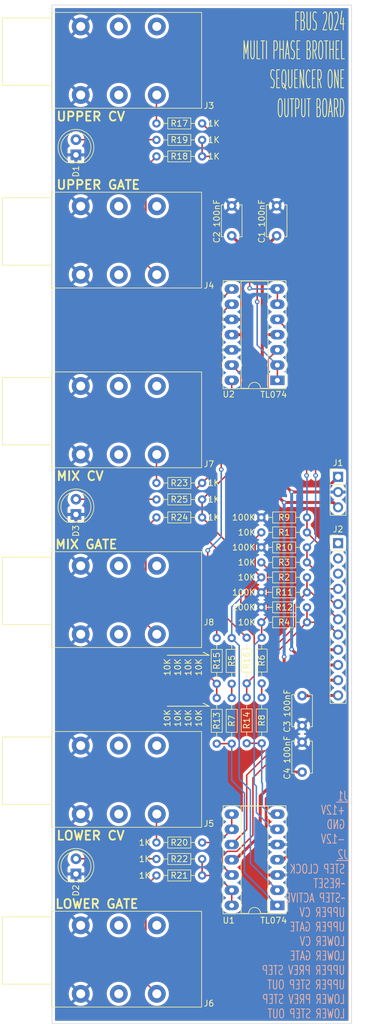
<source format=kicad_pcb>
(kicad_pcb (version 20211014) (generator pcbnew)
  (title_block (title "Sequencer One - Output Board") (date "2024-01-18") (rev "v1") (company "Multi Phase Brothel"))
  (layers (0 "F.Cu" signal) (31 "B.Cu" signal) (34 "B.Paste" user) (35 "F.Paste" user) (36 "B.SilkS" user "B.Silkscreen") (37 "F.SilkS" user "F.Silkscreen") (38 "B.Mask" user) (39 "F.Mask" user) (44 "Edge.Cuts" user))
  (net 0 "")
  (net 1 "+12V")
  (net 2 "GND")
  (net 3 "-12V")
  (net 4 "Net-(D1-Pad2)")
  (net 5 "Net-(D2-Pad2)")
  (net 6 "Net-(D3-Pad2)")
  (net 7 "STEP_CLK")
  (net 8 "~RESET")
  (net 9 "~STEP_ACTIVE")
  (net 10 "CV_U")
  (net 11 "GATE_U")
  (net 12 "CV_L")
  (net 13 "GATE_L")
  (net 14 "PREV_STEP_U")
  (net 15 "PREV_STEP_L")
  (net 16 "Net-(R1-Pad2)")
  (net 17 "Net-(R3-Pad2)")
  (net 18 "Net-(R5-Pad2)")
  (net 19 "Net-(R6-Pad2)")
  (net 20 "Net-(R13-Pad1)")
  (net 21 "Net-(R14-Pad1)")
  (net 22 "Net-(R13-Pad2)")
  (net 23 "Net-(R14-Pad2)")
  (net 24 "Net-(R15-Pad2)")
  (net 25 "Net-(R16-Pad2)")
  (net 26 "Net-(R17-Pad1)")
  (net 27 "CV_U_OUT")
  (net 28 "Net-(R18-Pad1)")
  (net 29 "GATE_U_OUT")
  (net 30 "Net-(R20-Pad1)")
  (net 31 "CV_L_OUT")
  (net 32 "Net-(R21-Pad1)")
  (net 33 "GATE_L_OUT")
  (net 34 "CV_MIX_OUT")
  (net 35 "GATE_MIX_OUT")
  (footprint "Resistor_THT:R_Axial_DIN0204_L3.6mm_D1.6mm_P7.62mm_Horizontal" (layer "F.Cu") (at 84.94 120.5)
    (fp_text reference "R12" (at 3.81 0) (layer "F.SilkS"))
    (fp_text value "100K" (at -2.94 0) (layer "F.SilkS"))
    (pad "1" thru_hole circle (at 0 0) (size 1.4 1.4) (drill 0.7) (layers *.Cu *.Mask) (net 2 "GND"))
    (pad "2" thru_hole oval (at 7.62 0) (size 1.4 1.4) (drill 0.7) (layers *.Cu *.Mask) (net 13 "GATE_L"))
  )
  (footprint "Resistor_THT:R_Axial_DIN0204_L3.6mm_D1.6mm_P7.62mm_Horizontal" (layer "F.Cu") (at 75.06 102.5 180)
    (fp_text reference "R25" (at 3.81 0 180) (layer "F.SilkS"))
    (fp_text value "1K" (at -1.94 0 180) (layer "F.SilkS"))
    (pad "1" thru_hole circle (at 0 0 180) (size 1.4 1.4) (drill 0.7) (layers *.Cu *.Mask) (net 25 "Net-(R16-Pad2)"))
    (pad "2" thru_hole oval (at 7.62 0 180) (size 1.4 1.4) (drill 0.7) (layers *.Cu *.Mask) (net 6 "Net-(D3-Pad2)"))
  )
  (footprint "LED_THT:LED_D5.0mm" (layer "F.Cu") (at 54 165 90)
    (fp_text reference "D2" (at -2.75 0 90) (layer "F.SilkS"))
    (fp_text value "LED")
    (pad "1" thru_hole rect (at 0 0 90) (size 1.8 1.8) (drill 0.9) (layers *.Cu *.Mask) (net 2 "GND"))
    (pad "2" thru_hole circle (at 2.54 0 90) (size 1.8 1.8) (drill 0.9) (layers *.Cu *.Mask) (net 5 "Net-(D2-Pad2)"))
  )
  (footprint "LED_THT:LED_D5.0mm" (layer "F.Cu") (at 54 105 90)
    (fp_text reference "D3" (at -2.75 0 90) (layer "F.SilkS"))
    (fp_text value "LED")
    (pad "1" thru_hole rect (at 0 0 90) (size 1.8 1.8) (drill 0.9) (layers *.Cu *.Mask) (net 2 "GND"))
    (pad "2" thru_hole circle (at 2.54 0 90) (size 1.8 1.8) (drill 0.9) (layers *.Cu *.Mask) (net 6 "Net-(D3-Pad2)"))
  )
  (footprint "Resistor_THT:R_Axial_DIN0204_L3.6mm_D1.6mm_P7.62mm_Horizontal" (layer "F.Cu") (at 75.06 159.75 180)
    (fp_text reference "R20" (at 3.81 0) (layer "F.SilkS"))
    (fp_text value "1K" (at 9.56 0) (layer "F.SilkS"))
    (pad "1" thru_hole circle (at 0 0 180) (size 1.4 1.4) (drill 0.7) (layers *.Cu *.Mask) (net 30 "Net-(R20-Pad1)"))
    (pad "2" thru_hole oval (at 7.62 0 180) (size 1.4 1.4) (drill 0.7) (layers *.Cu *.Mask) (net 31 "CV_L_OUT"))
  )
  (footprint "Capacitor_THT:C_Disc_D5.1mm_W3.2mm_P5.00mm" (layer "F.Cu") (at 87.5 58.5 90)
    (fp_text reference "C1" (at -0.25 -2.5 90) (layer "F.SilkS"))
    (fp_text value "100nF" (at 3.75 -2.5 90) (layer "F.SilkS"))
    (pad "1" thru_hole circle (at 0 0 90) (size 1.6 1.6) (drill 0.8) (layers *.Cu *.Mask) (net 1 "+12V"))
    (pad "2" thru_hole circle (at 5 0 90) (size 1.6 1.6) (drill 0.8) (layers *.Cu *.Mask) (net 2 "GND"))
  )
  (footprint "Resistor_THT:R_Axial_DIN0204_L3.6mm_D1.6mm_P7.62mm_Horizontal" (layer "F.Cu") (at 92.56 123 180)
    (fp_text reference "R4" (at 3.81 0) (layer "F.SilkS"))
    (fp_text value "10K" (at 10.06 0) (layer "F.SilkS"))
    (pad "1" thru_hole circle (at 0 0 180) (size 1.4 1.4) (drill 0.7) (layers *.Cu *.Mask) (net 13 "GATE_L"))
    (pad "2" thru_hole oval (at 7.62 0 180) (size 1.4 1.4) (drill 0.7) (layers *.Cu *.Mask) (net 17 "Net-(R3-Pad2)"))
  )
  (footprint "Resistor_THT:R_Axial_DIN0204_L3.6mm_D1.6mm_P7.62mm_Horizontal" (layer "F.Cu") (at 84.94 110.5)
    (fp_text reference "R10" (at 3.81 0) (layer "F.SilkS"))
    (fp_text value "100K" (at -2.94 0) (layer "F.SilkS"))
    (pad "1" thru_hole circle (at 0 0) (size 1.4 1.4) (drill 0.7) (layers *.Cu *.Mask) (net 2 "GND"))
    (pad "2" thru_hole oval (at 7.62 0) (size 1.4 1.4) (drill 0.7) (layers *.Cu *.Mask) (net 11 "GATE_U"))
  )
  (footprint "LED_THT:LED_D5.0mm" (layer "F.Cu") (at 54 45 90)
    (fp_text reference "D1" (at -2.75 0 90) (layer "F.SilkS"))
    (fp_text value "LED")
    (pad "1" thru_hole rect (at 0 0 90) (size 1.8 1.8) (drill 0.9) (layers *.Cu *.Mask) (net 2 "GND"))
    (pad "2" thru_hole circle (at 2.54 0 90) (size 1.8 1.8) (drill 0.9) (layers *.Cu *.Mask) (net 4 "Net-(D1-Pad2)"))
  )
  (footprint "Resistor_THT:R_Axial_DIN0204_L3.6mm_D1.6mm_P7.62mm_Horizontal" (layer "F.Cu") (at 75.06 105.5 180)
    (fp_text reference "R24" (at 3.81 0 180) (layer "F.SilkS"))
    (fp_text value "1K" (at -1.94 0 180) (layer "F.SilkS"))
    (pad "1" thru_hole circle (at 0 0 180) (size 1.4 1.4) (drill 0.7) (layers *.Cu *.Mask) (net 25 "Net-(R16-Pad2)"))
    (pad "2" thru_hole oval (at 7.62 0 180) (size 1.4 1.4) (drill 0.7) (layers *.Cu *.Mask) (net 35 "GATE_MIX_OUT"))
  )
  (footprint "Package_DIP:DIP-14_W7.62mm_Socket_LongPads" (layer "F.Cu") (at 87.62 82.62 180)
    (fp_text reference "U2" (at 8.12 -2.33) (layer "F.SilkS"))
    (fp_text value "TL074" (at 0.62 -2.38) (layer "F.SilkS"))
    (pad "1" thru_hole rect (at 0 0 180) (size 2.4 1.6) (drill 0.8) (layers *.Cu *.Mask) (net 26 "Net-(R17-Pad1)"))
    (pad "2" thru_hole oval (at 0 2.54 180) (size 2.4 1.6) (drill 0.8) (layers *.Cu *.Mask) (net 26 "Net-(R17-Pad1)"))
    (pad "3" thru_hole oval (at 0 5.08 180) (size 2.4 1.6) (drill 0.8) (layers *.Cu *.Mask) (net 10 "CV_U"))
    (pad "4" thru_hole oval (at 0 7.62 180) (size 2.4 1.6) (drill 0.8) (layers *.Cu *.Mask) (net 1 "+12V"))
    (pad "5" thru_hole oval (at 0 10.16 180) (size 2.4 1.6) (drill 0.8) (layers *.Cu *.Mask) (net 11 "GATE_U"))
    (pad "6" thru_hole oval (at 0 12.7 180) (size 2.4 1.6) (drill 0.8) (layers *.Cu *.Mask) (net 28 "Net-(R18-Pad1)"))
    (pad "7" thru_hole oval (at 0 15.24 180) (size 2.4 1.6) (drill 0.8) (layers *.Cu *.Mask) (net 28 "Net-(R18-Pad1)"))
    (pad "8" thru_hole oval (at 7.62 15.24 180) (size 2.4 1.6) (drill 0.8) (layers *.Cu *.Mask) (net 24 "Net-(R15-Pad2)"))
    (pad "9" thru_hole oval (at 7.62 12.7 180) (size 2.4 1.6) (drill 0.8) (layers *.Cu *.Mask) (net 22 "Net-(R13-Pad2)"))
    (pad "10" thru_hole oval (at 7.62 10.16 180) (size 2.4 1.6) (drill 0.8) (layers *.Cu *.Mask) (net 2 "GND"))
    (pad "11" thru_hole oval (at 7.62 7.62 180) (size 2.4 1.6) (drill 0.8) (layers *.Cu *.Mask) (net 3 "-12V"))
    (pad "12" thru_hole oval (at 7.62 5.08 180) (size 2.4 1.6) (drill 0.8) (layers *.Cu *.Mask) (net 2 "GND"))
    (pad "13" thru_hole oval (at 7.62 2.54 180) (size 2.4 1.6) (drill 0.8) (layers *.Cu *.Mask) (net 23 "Net-(R14-Pad2)"))
    (pad "14" thru_hole oval (at 7.62 0 180) (size 2.4 1.6) (drill 0.8) (layers *.Cu *.Mask) (net 25 "Net-(R16-Pad2)"))
  )
  (footprint "Resistor_THT:R_Axial_DIN0204_L3.6mm_D1.6mm_P7.62mm_Horizontal" (layer "F.Cu") (at 84.94 118)
    (fp_text reference "R11" (at 3.81 0) (layer "F.SilkS"))
    (fp_text value "100K" (at -2.94 0) (layer "F.SilkS"))
    (pad "1" thru_hole circle (at 0 0) (size 1.4 1.4) (drill 0.7) (layers *.Cu *.Mask) (net 2 "GND"))
    (pad "2" thru_hole oval (at 7.62 0) (size 1.4 1.4) (drill 0.7) (layers *.Cu *.Mask) (net 12 "CV_L"))
  )
  (footprint "Connector_Audio:Jack_6.35mm_Neutrik_NRJ6HM-1-PRE_Horizontal" (layer "F.Cu") (at 67.5 95 180)
    (fp_text reference "J7" (at -8.7 -1.6) (layer "F.SilkS"))
    (fp_text value "CV Mix Out Jack")
    (pad "R" thru_hole circle (at 6.35 0 180) (size 3 3) (drill 1.5) (layers *.Cu *.Mask))
    (pad "RN" thru_hole circle (at 6.35 11.43 180) (size 3 3) (drill 1.5) (layers *.Cu *.Mask))
    (pad "S" thru_hole circle (at 12.7 0 180) (size 3 3) (drill 1.5) (layers *.Cu *.Mask) (net 2 "GND"))
    (pad "S" thru_hole circle (at 12.7 11.43 180) (size 3 3) (drill 1.5) (layers *.Cu *.Mask) (net 2 "GND"))
    (pad "T" thru_hole circle (at 0 0 180) (size 3 3) (drill 1.5) (layers *.Cu *.Mask) (net 34 "CV_MIX_OUT"))
    (pad "TN" thru_hole circle (at 0 11.43 180) (size 3 3) (drill 1.5) (layers *.Cu *.Mask))
  )
  (footprint "Resistor_THT:R_Axial_DIN0204_L3.6mm_D1.6mm_P7.62mm_Horizontal" (layer "F.Cu") (at 75.06 39.75 180)
    (fp_text reference "R17" (at 3.81 0) (layer "F.SilkS"))
    (fp_text value "1K" (at -1.94 0) (layer "F.SilkS"))
    (pad "1" thru_hole circle (at 0 0 180) (size 1.4 1.4) (drill 0.7) (layers *.Cu *.Mask) (net 26 "Net-(R17-Pad1)"))
    (pad "2" thru_hole oval (at 7.62 0 180) (size 1.4 1.4) (drill 0.7) (layers *.Cu *.Mask) (net 27 "CV_U_OUT"))
  )
  (footprint "Connector_Audio:Jack_6.35mm_Neutrik_NRJ6HM-1-PRE_Horizontal" (layer "F.Cu") (at 67.5 65 180)
    (fp_text reference "J4" (at -8.7 -1.8) (layer "F.SilkS"))
    (fp_text value "Gate Upper Out Jack")
    (pad "R" thru_hole circle (at 6.35 0 180) (size 3 3) (drill 1.5) (layers *.Cu *.Mask))
    (pad "RN" thru_hole circle (at 6.35 11.43 180) (size 3 3) (drill 1.5) (layers *.Cu *.Mask))
    (pad "S" thru_hole circle (at 12.7 0 180) (size 3 3) (drill 1.5) (layers *.Cu *.Mask) (net 2 "GND"))
    (pad "S" thru_hole circle (at 12.7 11.43 180) (size 3 3) (drill 1.5) (layers *.Cu *.Mask) (net 2 "GND"))
    (pad "T" thru_hole circle (at 0 0 180) (size 3 3) (drill 1.5) (layers *.Cu *.Mask) (net 29 "GATE_U_OUT"))
    (pad "TN" thru_hole circle (at 0 11.43 180) (size 3 3) (drill 1.5) (layers *.Cu *.Mask))
  )
  (footprint "Resistor_THT:R_Axial_DIN0204_L3.6mm_D1.6mm_P7.62mm_Horizontal" (layer "F.Cu") (at 82.5 133.19 90)
    (fp_text reference "R16" (at 3.81 0 90) (layer "F.SilkS"))
    (fp_text value "10K" (at 2.69 -9.75 90) (layer "F.SilkS"))
    (pad "1" thru_hole circle (at 0 0 90) (size 1.4 1.4) (drill 0.7) (layers *.Cu *.Mask) (net 23 "Net-(R14-Pad2)"))
    (pad "2" thru_hole oval (at 7.62 0 90) (size 1.4 1.4) (drill 0.7) (layers *.Cu *.Mask) (net 25 "Net-(R16-Pad2)"))
  )
  (footprint "Resistor_THT:R_Axial_DIN0204_L3.6mm_D1.6mm_P7.62mm_Horizontal" (layer "F.Cu") (at 75.06 162.5 180)
    (fp_text reference "R22" (at 3.81 0) (layer "F.SilkS"))
    (fp_text value "1K" (at 9.56 0) (layer "F.SilkS"))
    (pad "1" thru_hole circle (at 0 0 180) (size 1.4 1.4) (drill 0.7) (layers *.Cu *.Mask) (net 32 "Net-(R21-Pad1)"))
    (pad "2" thru_hole oval (at 7.62 0 180) (size 1.4 1.4) (drill 0.7) (layers *.Cu *.Mask) (net 5 "Net-(D2-Pad2)"))
  )
  (footprint "Resistor_THT:R_Axial_DIN0204_L3.6mm_D1.6mm_P7.62mm_Horizontal" (layer "F.Cu") (at 77.5 143.25 90)
    (fp_text reference "R13" (at 3.81 0 90) (layer "F.SilkS"))
    (fp_text value "10K" (at 4.25 -8.25 90) (layer "F.SilkS"))
    (pad "1" thru_hole circle (at 0 0 90) (size 1.4 1.4) (drill 0.7) (layers *.Cu *.Mask) (net 20 "Net-(R13-Pad1)"))
    (pad "2" thru_hole oval (at 7.62 0 90) (size 1.4 1.4) (drill 0.7) (layers *.Cu *.Mask) (net 22 "Net-(R13-Pad2)"))
  )
  (footprint "Connector_Audio:Jack_6.35mm_Neutrik_NRJ6HM-1-PRE_Horizontal" (layer "F.Cu") (at 67.5 155 180)
    (fp_text reference "J5" (at -8.7 -1.6) (layer "F.SilkS"))
    (fp_text value "CV Lower Out Jack")
    (pad "R" thru_hole circle (at 6.35 0 180) (size 3 3) (drill 1.5) (layers *.Cu *.Mask))
    (pad "RN" thru_hole circle (at 6.35 11.43 180) (size 3 3) (drill 1.5) (layers *.Cu *.Mask))
    (pad "S" thru_hole circle (at 12.7 11.43 180) (size 3 3) (drill 1.5) (layers *.Cu *.Mask) (net 2 "GND"))
    (pad "S" thru_hole circle (at 12.7 0 180) (size 3 3) (drill 1.5) (layers *.Cu *.Mask) (net 2 "GND"))
    (pad "T" thru_hole circle (at 0 0 180) (size 3 3) (drill 1.5) (layers *.Cu *.Mask) (net 31 "CV_L_OUT"))
    (pad "TN" thru_hole circle (at 0 11.43 180) (size 3 3) (drill 1.5) (layers *.Cu *.Mask))
  )
  (footprint "Resistor_THT:R_Axial_DIN0204_L3.6mm_D1.6mm_P7.62mm_Horizontal" (layer "F.Cu") (at 77.5 133.25 90)
    (fp_text reference "R15" (at 3.81 0 90) (layer "F.SilkS"))
    (fp_text value "10K" (at 2.75 -8.25 90) (layer "F.SilkS"))
    (pad "1" thru_hole circle (at 0 0 90) (size 1.4 1.4) (drill 0.7) (layers *.Cu *.Mask) (net 22 "Net-(R13-Pad2)"))
    (pad "2" thru_hole oval (at 7.62 0 90) (size 1.4 1.4) (drill 0.7) (layers *.Cu *.Mask) (net 24 "Net-(R15-Pad2)"))
  )
  (footprint "Connector_Audio:Jack_6.35mm_Neutrik_NRJ6HM-1-PRE_Horizontal" (layer "F.Cu") (at 67.5 35 180)
    (fp_text reference "J3" (at -8.7 -1.8) (layer "F.SilkS"))
    (fp_text value "CV Upper Out Jack")
    (pad "R" thru_hole circle (at 6.35 0 180) (size 3 3) (drill 1.5) (layers *.Cu *.Mask))
    (pad "RN" thru_hole circle (at 6.35 11.43 180) (size 3 3) (drill 1.5) (layers *.Cu *.Mask))
    (pad "S" thru_hole circle (at 12.7 0 180) (size 3 3) (drill 1.5) (layers *.Cu *.Mask) (net 2 "GND"))
    (pad "S" thru_hole circle (at 12.7 11.43 180) (size 3 3) (drill 1.5) (layers *.Cu *.Mask) (net 2 "GND"))
    (pad "T" thru_hole circle (at 0 0 180) (size 3 3) (drill 1.5) (layers *.Cu *.Mask) (net 27 "CV_U_OUT"))
    (pad "TN" thru_hole circle (at 0 11.43 180) (size 3 3) (drill 1.5) (layers *.Cu *.Mask))
  )
  (footprint "Resistor_THT:R_Axial_DIN0204_L3.6mm_D1.6mm_P7.62mm_Horizontal" (layer "F.Cu") (at 80 135.63 -90)
    (fp_text reference "R7" (at 3.81 0 90) (layer "F.SilkS"))
    (fp_text value "10K" (at 3.37 9 90) (layer "F.SilkS"))
    (pad "1" thru_hole circle (at 0 0 270) (size 1.4 1.4) (drill 0.7) (layers *.Cu *.Mask) (net 18 "Net-(R5-Pad2)"))
    (pad "2" thru_hole oval (at 7.62 0 270) (size 1.4 1.4) (drill 0.7) (layers *.Cu *.Mask) (net 20 "Net-(R13-Pad1)"))
  )
  (footprint "Connector_PinHeader_2.54mm:PinHeader_1x03_P2.54mm_Vertical" (layer "F.Cu") (at 97.75 98.725)
    (fp_text reference "J1" (at 0 -2.33) (layer "F.SilkS"))
    (fp_text value "Conn_01x03")
    (pad "1" thru_hole rect (at 0 0) (size 1.7 1.7) (drill 1) (layers *.Cu *.Mask) (net 1 "+12V"))
    (pad "2" thru_hole oval (at 0 2.54) (size 1.7 1.7) (drill 1) (layers *.Cu *.Mask) (net 2 "GND"))
    (pad "3" thru_hole oval (at 0 5.08) (size 1.7 1.7) (drill 1) (layers *.Cu *.Mask) (net 3 "-12V"))
  )
  (footprint "Resistor_THT:R_Axial_DIN0204_L3.6mm_D1.6mm_P7.62mm_Horizontal" (layer "F.Cu") (at 75.06 42.5 180)
    (fp_text reference "R19" (at 3.81 0) (layer "F.SilkS"))
    (fp_text value "1K" (at -1.94 0) (layer "F.SilkS"))
    (pad "1" thru_hole circle (at 0 0 180) (size 1.4 1.4) (drill 0.7) (layers *.Cu *.Mask) (net 28 "Net-(R18-Pad1)"))
    (pad "2" thru_hole oval (at 7.62 0 180) (size 1.4 1.4) (drill 0.7) (layers *.Cu *.Mask) (net 4 "Net-(D1-Pad2)"))
  )
  (footprint "Connector_PinHeader_2.54mm:PinHeader_1x11_P2.54mm_Vertical" (layer "F.Cu") (at 97.75 109.8)
    (fp_text reference "J2" (at 0 -2.33) (layer "F.SilkS"))
    (fp_text value "Conn_01x11")
    (pad "1" thru_hole rect (at 0 0) (size 1.7 1.7) (drill 1) (layers *.Cu *.Mask) (net 7 "STEP_CLK"))
    (pad "2" thru_hole oval (at 0 2.54) (size 1.7 1.7) (drill 1) (layers *.Cu *.Mask) (net 8 "~RESET"))
    (pad "3" thru_hole oval (at 0 5.08) (size 1.7 1.7) (drill 1) (layers *.Cu *.Mask) (net 9 "~STEP_ACTIVE"))
    (pad "4" thru_hole oval (at 0 7.62) (size 1.7 1.7) (drill 1) (layers *.Cu *.Mask) (net 10 "CV_U"))
    (pad "5" thru_hole oval (at 0 10.16) (size 1.7 1.7) (drill 1) (layers *.Cu *.Mask) (net 11 "GATE_U"))
    (pad "6" thru_hole oval (at 0 12.7) (size 1.7 1.7) (drill 1) (layers *.Cu *.Mask) (net 12 "CV_L"))
    (pad "7" thru_hole oval (at 0 15.24) (size 1.7 1.7) (drill 1) (layers *.Cu *.Mask) (net 13 "GATE_L"))
    (pad "8" thru_hole oval (at 0 17.78) (size 1.7 1.7) (drill 1) (layers *.Cu *.Mask) (net 14 "PREV_STEP_U"))
    (pad "9" thru_hole oval (at 0 20.32) (size 1.7 1.7) (drill 1) (layers *.Cu *.Mask) (net 14 "PREV_STEP_U"))
    (pad "10" thru_hole oval (at 0 22.86) (size 1.7 1.7) (drill 1) (layers *.Cu *.Mask) (net 15 "PREV_STEP_L"))
    (pad "11" thru_hole oval (at 0 25.4) (size 1.7 1.7) (drill 1) (layers *.Cu *.Mask) (net 15 "PREV_STEP_L"))
  )
  (footprint "Resistor_THT:R_Axial_DIN0204_L3.6mm_D1.6mm_P7.62mm_Horizontal" (layer "F.Cu") (at 85 135.57 -90)
    (fp_text reference "R8" (at 3.81 0 90) (layer "F.SilkS"))
    (fp_text value "10K" (at 3.43 10.5 90) (layer "F.SilkS"))
    (pad "1" thru_hole circle (at 0 0 270) (size 1.4 1.4) (drill 0.7) (layers *.Cu *.Mask) (net 19 "Net-(R6-Pad2)"))
    (pad "2" thru_hole oval (at 7.62 0 270) (size 1.4 1.4) (drill 0.7) (layers *.Cu *.Mask) (net 21 "Net-(R14-Pad1)"))
  )
  (footprint "Resistor_THT:R_Axial_DIN0204_L3.6mm_D1.6mm_P7.62mm_Horizontal" (layer "F.Cu") (at 75.06 99.75 180)
    (fp_text reference "R23" (at 3.81 0) (layer "F.SilkS"))
    (fp_text value "1K" (at -1.94 0) (layer "F.SilkS"))
    (pad "1" thru_hole circle (at 0 0 180) (size 1.4 1.4) (drill 0.7) (layers *.Cu *.Mask) (net 24 "Net-(R15-Pad2)"))
    (pad "2" thru_hole oval (at 7.62 0 180) (size 1.4 1.4) (drill 0.7) (layers *.Cu *.Mask) (net 34 "CV_MIX_OUT"))
  )
  (footprint "Resistor_THT:R_Axial_DIN0204_L3.6mm_D1.6mm_P7.62mm_Horizontal" (layer "F.Cu") (at 75.06 165.25 180)
    (fp_text reference "R21" (at 3.81 0) (layer "F.SilkS"))
    (fp_text value "1K" (at 9.56 0) (layer "F.SilkS"))
    (pad "1" thru_hole circle (at 0 0 180) (size 1.4 1.4) (drill 0.7) (layers *.Cu *.Mask) (net 32 "Net-(R21-Pad1)"))
    (pad "2" thru_hole oval (at 7.62 0 180) (size 1.4 1.4) (drill 0.7) (layers *.Cu *.Mask) (net 33 "GATE_L_OUT"))
  )
  (footprint "Capacitor_THT:C_Disc_D5.1mm_W3.2mm_P5.00mm" (layer "F.Cu") (at 91.75 135.25 -90)
    (fp_text reference "C3" (at 5.17 2.5 90) (layer "F.SilkS"))
    (fp_text value "100nF" (at 1.25 2.5 90) (layer "F.SilkS"))
    (pad "1" thru_hole circle (at 0 0 270) (size 1.6 1.6) (drill 0.8) (layers *.Cu *.Mask) (net 1 "+12V"))
    (pad "2" thru_hole circle (at 5 0 270) (size 1.6 1.6) (drill 0.8) (layers *.Cu *.Mask) (net 2 "GND"))
  )
  (footprint "Resistor_THT:R_Axial_DIN0204_L3.6mm_D1.6mm_P7.62mm_Horizontal" (layer "F.Cu") (at 92.56 108 180)
    (fp_text reference "R1" (at 3.81 0) (layer "F.SilkS"))
    (fp_text value "10K" (at 10.06 0) (layer "F.SilkS"))
    (pad "1" thru_hole circle (at 0 0 180) (size 1.4 1.4) (drill 0.7) (layers *.Cu *.Mask) (net 10 "CV_U"))
    (pad "2" thru_hole oval (at 7.62 0 180) (size 1.4 1.4) (drill 0.7) (layers *.Cu *.Mask) (net 16 "Net-(R1-Pad2)"))
  )
  (footprint "Capacitor_THT:C_Disc_D5.1mm_W3.2mm_P5.00mm" (layer "F.Cu") (at 91.75 143 -90)
    (fp_text reference "C4" (at 5.25 2.5 90) (layer "F.SilkS"))
    (fp_text value "100nF" (at 1.25 2.5 90) (layer "F.SilkS"))
    (pad "1" thru_hole circle (at 0 0 270) (size 1.6 1.6) (drill 0.8) (layers *.Cu *.Mask) (net 2 "GND"))
    (pad "2" thru_hole circle (at 5 0 270) (size 1.6 1.6) (drill 0.8) (layers *.Cu *.Mask) (net 3 "-12V"))
  )
  (footprint "Resistor_THT:R_Axial_DIN0204_L3.6mm_D1.6mm_P7.62mm_Horizontal" (layer "F.Cu") (at 92.56 115.5 180)
    (fp_text reference "R2" (at 3.81 0) (layer "F.SilkS"))
    (fp_text value "10K" (at 10.06 0) (layer "F.SilkS"))
    (pad "1" thru_hole circle (at 0 0 180) (size 1.4 1.4) (drill 0.7) (layers *.Cu *.Mask) (net 12 "CV_L"))
    (pad "2" thru_hole oval (at 7.62 0 180) (size 1.4 1.4) (drill 0.7) (layers *.Cu *.Mask) (net 16 "Net-(R1-Pad2)"))
  )
  (footprint "Connector_Audio:Jack_6.35mm_Neutrik_NRJ6HM-1-PRE_Horizontal" (layer "F.Cu") (at 67.5 125 180)
    (fp_text reference "J8" (at -8.7 2) (layer "F.SilkS"))
    (fp_text value "Gate Mix Out Jack")
    (pad "R" thru_hole circle (at 6.35 0 180) (size 3 3) (drill 1.5) (layers *.Cu *.Mask))
    (pad "RN" thru_hole circle (at 6.35 11.43 180) (size 3 3) (drill 1.5) (layers *.Cu *.Mask))
    (pad "S" thru_hole circle (at 12.7 11.43 180) (size 3 3) (drill 1.5) (layers *.Cu *.Mask) (net 2 "GND"))
    (pad "S" thru_hole circle (at 12.7 0 180) (size 3 3) (drill 1.5) (layers *.Cu *.Mask) (net 2 "GND"))
    (pad "T" thru_hole circle (at 0 0 180) (size 3 3) (drill 1.5) (layers *.Cu *.Mask) (net 35 "GATE_MIX_OUT"))
    (pad "TN" thru_hole circle (at 0 11.43 180) (size 3 3) (drill 1.5) (layers *.Cu *.Mask))
  )
  (footprint "Capacitor_THT:C_Disc_D5.1mm_W3.2mm_P5.00mm" (layer "F.Cu") (at 80 53.5 -90)
    (fp_text reference "C2" (at 5.25 2.5 90) (layer "F.SilkS"))
    (fp_text value "100nF" (at 1.25 2.5 90) (layer "F.SilkS"))
    (pad "1" thru_hole circle (at 0 0 270) (size 1.6 1.6) (drill 0.8) (layers *.Cu *.Mask) (net 2 "GND"))
    (pad "2" thru_hole circle (at 5 0 270) (size 1.6 1.6) (drill 0.8) (layers *.Cu *.Mask) (net 3 "-12V"))
  )
  (footprint "Resistor_THT:R_Axial_DIN0204_L3.6mm_D1.6mm_P7.62mm_Horizontal" (layer "F.Cu") (at 92.56 113 180)
    (fp_text reference "R3" (at 3.81 0) (layer "F.SilkS"))
    (fp_text value "10K" (at 10.06 0) (layer "F.SilkS"))
    (pad "1" thru_hole circle (at 0 0 180) (size 1.4 1.4) (drill 0.7) (layers *.Cu *.Mask) (net 11 "GATE_U"))
    (pad "2" thru_hole oval (at 7.62 0 180) (size 1.4 1.4) (drill 0.7) (layers *.Cu *.Mask) (net 17 "Net-(R3-Pad2)"))
  )
  (footprint "Package_DIP:DIP-14_W7.62mm_Socket_LongPads" (layer "F.Cu") (at 87.62 170.25 180)
    (fp_text reference "U1" (at 8.12 -2.5) (layer "F.SilkS"))
    (fp_text value "TL074" (at 0.62 -2.5) (layer "F.SilkS"))
    (pad "1" thru_hole rect (at 0 0 180) (size 2.4 1.6) (drill 0.8) (layers *.Cu *.Mask) (net 20 "Net-(R13-Pad1)"))
    (pad "2" thru_hole oval (at 0 2.54 180) (size 2.4 1.6) (drill 0.8) (layers *.Cu *.Mask) (net 16 "Net-(R1-Pad2)"))
    (pad "3" thru_hole oval (at 0 5.08 180) (size 2.4 1.6) (drill 0.8) (layers *.Cu *.Mask) (net 2 "GND"))
    (pad "4" thru_hole oval (at 0 7.62 180) (size 2.4 1.6) (drill 0.8) (layers *.Cu *.Mask) (net 1 "+12V"))
    (pad "5" thru_hole oval (at 0 10.16 180) (size 2.4 1.6) (drill 0.8) (layers *.Cu *.Mask) (net 2 "GND"))
    (pad "6" thru_hole oval (at 0 12.7 180) (size 2.4 1.6) (drill 0.8) (layers *.Cu *.Mask) (net 17 "Net-(R3-Pad2)"))
    (pad "7" thru_hole oval (at 0 15.24 180) (size 2.4 1.6) (drill 0.8) (layers *.Cu *.Mask) (net 21 "Net-(R14-Pad1)"))
    (pad "8" thru_hole oval (at 7.62 15.24 180) (size 2.4 1.6) (drill 0.8) (layers *.Cu *.Mask) (net 30 "Net-(R20-Pad1)"))
    (pad "9" thru_hole oval (at 7.62 12.7 180) (size 2.4 1.6) (drill 0.8) (layers *.Cu *.Mask) (net 30 "Net-(R20-Pad1)"))
    (pad "10" thru_hole oval (at 7.62 10.16 180) (size 2.4 1.6) (drill 0.8) (layers *.Cu *.Mask) (net 12 "CV_L"))
    (pad "11" thru_hole oval (at 7.62 7.62 180) (size 2.4 1.6) (drill 0.8) (layers *.Cu *.Mask) (net 3 "-12V"))
    (pad "12" thru_hole oval (at 7.62 5.08 180) (size 2.4 1.6) (drill 0.8) (layers *.Cu *.Mask) (net 13 "GATE_L"))
    (pad "13" thru_hole oval (at 7.62 2.54 180) (size 2.4 1.6) (drill 0.8) (layers *.Cu *.Mask) (net 32 "Net-(R21-Pad1)"))
    (pad "14" thru_hole oval (at 7.62 0 180) (size 2.4 1.6) (drill 0.8) (layers *.Cu *.Mask) (net 32 "Net-(R21-Pad1)"))
  )
  (footprint "Resistor_THT:R_Axial_DIN0204_L3.6mm_D1.6mm_P7.62mm_Horizontal" (layer "F.Cu") (at 80 125.63 -90)
    (fp_text reference "R5" (at 3.81 0 90) (layer "F.SilkS"))
    (fp_text value "10K" (at 4.87 9 90) (layer "F.SilkS"))
    (pad "1" thru_hole circle (at 0 0 270) (size 1.4 1.4) (drill 0.7) (layers *.Cu *.Mask) (net 16 "Net-(R1-Pad2)"))
    (pad "2" thru_hole oval (at 7.62 0 270) (size 1.4 1.4) (drill 0.7) (layers *.Cu *.Mask) (net 18 "Net-(R5-Pad2)"))
  )
  (footprint "Resistor_THT:R_Axial_DIN0204_L3.6mm_D1.6mm_P7.62mm_Horizontal" (layer "F.Cu") (at 85 125.57 -90)
    (fp_text reference "R6" (at 3.81 0 90) (layer "F.SilkS"))
    (fp_text value "10K" (at 4.93 10.5 90) (layer "F.SilkS"))
    (pad "1" thru_hole circle (at 0 0 270) (size 1.4 1.4) (drill 0.7) (layers *.Cu *.Mask) (net 17 "Net-(R3-Pad2)"))
    (pad "2" thru_hole oval (at 7.62 0 270) (size 1.4 1.4) (drill 0.7) (layers *.Cu *.Mask) (net 19 "Net-(R6-Pad2)"))
  )
  (footprint "Connector_Audio:Jack_6.35mm_Neutrik_NRJ6HM-1-PRE_Horizontal" (layer "F.Cu") (at 67.5 185 180)
    (fp_text reference "J6" (at -8.7 -1.6) (layer "F.SilkS"))
    (fp_text value "Gate Lower Out Jack")
    (pad "R" thru_hole circle (at 6.35 0 180) (size 3 3) (drill 1.5) (layers *.Cu *.Mask))
    (pad "RN" thru_hole circle (at 6.35 11.43 180) (size 3 3) (drill 1.5) (layers *.Cu *.Mask))
    (pad "S" thru_hole circle (at 12.7 11.43 180) (size 3 3) (drill 1.5) (layers *.Cu *.Mask) (net 2 "GND"))
    (pad "S" thru_hole circle (at 12.7 0 180) (size 3 3) (drill 1.5) (layers *.Cu *.Mask) (net 2 "GND"))
    (pad "T" thru_hole circle (at 0 0 180) (size 3 3) (drill 1.5) (layers *.Cu *.Mask) (net 33 "GATE_L_OUT"))
    (pad "TN" thru_hole circle (at 0 11.43 180) (size 3 3) (drill 1.5) (layers *.Cu *.Mask))
  )
  (footprint "Resistor_THT:R_Axial_DIN0204_L3.6mm_D1.6mm_P7.62mm_Horizontal" (layer "F.Cu") (at 84.94 105.5)
    (fp_text reference "R9" (at 3.81 0) (layer "F.SilkS"))
    (fp_text value "100K" (at -2.94 0) (layer "F.SilkS"))
    (pad "1" thru_hole circle (at 0 0) (size 1.4 1.4) (drill 0.7) (layers *.Cu *.Mask) (net 2 "GND"))
    (pad "2" thru_hole oval (at 7.62 0) (size 1.4 1.4) (drill 0.7) (layers *.Cu *.Mask) (net 10 "CV_U"))
  )
  (footprint "Resistor_THT:R_Axial_DIN0204_L3.6mm_D1.6mm_P7.62mm_Horizontal" (layer "F.Cu") (at 75.06 45.25 180)
    (fp_text reference "R18" (at 3.81 0) (layer "F.SilkS"))
    (fp_text value "1K" (at -1.94 0) (layer "F.SilkS"))
    (pad "1" thru_hole circle (at 0 0 180) (size 1.4 1.4) (drill 0.7) (layers *.Cu *.Mask) (net 28 "Net-(R18-Pad1)"))
    (pad "2" thru_hole oval (at 7.62 0 180) (size 1.4 1.4) (drill 0.7) (layers *.Cu *.Mask) (net 29 "GATE_U_OUT"))
  )
  (footprint "Resistor_THT:R_Axial_DIN0204_L3.6mm_D1.6mm_P7.62mm_Horizontal" (layer "F.Cu") (at 82.5 143.19 90)
    (fp_text reference "R14" (at 3.81 0 90) (layer "F.SilkS"))
    (fp_text value "10K" (at 4.19 -9.75 90) (layer "F.SilkS"))
    (pad "1" thru_hole circle (at 0 0 90) (size 1.4 1.4) (drill 0.7) (layers *.Cu *.Mask) (net 21 "Net-(R14-Pad1)"))
    (pad "2" thru_hole oval (at 7.62 0 90) (size 1.4 1.4) (drill 0.7) (layers *.Cu *.Mask) (net 23 "Net-(R14-Pad2)"))
  )
  (gr_line (start 99.5 153) (end 97.5 153) (layer "B.SilkS") (width 0.15))
  (gr_line (start 99.5 162.75) (end 97.5 162.75) (layer "B.SilkS") (width 0.15))
  (gr_line (start 99.5 162.75) (end 99.5 189.25) (layer "B.SilkS") (width 0.15))
  (gr_line (start 99.5 153) (end 99.5 157.5) (layer "B.SilkS") (width 0.15))
  (gr_line (start 76.25 137) (end 75.25 136.5) (layer "F.SilkS") (width 0.15))
  (gr_line (start 76.25 137) (end 69.25 137) (layer "F.SilkS") (width 0.15))
  (gr_line (start 76.25 128.5) (end 75.25 128) (layer "F.SilkS") (width 0.15))
  (gr_line (start 76.25 128.5) (end 69.25 128.5) (layer "F.SilkS") (width 0.15))
  (gr_line (start 50 20) (end 100 20) (layer "Edge.Cuts") (width 0.1))
  (gr_line (start 50 20) (end 50 190) (layer "Edge.Cuts") (width 0.1))
  (gr_line (start 100 20) (end 100 190) (layer "Edge.Cuts") (width 0.1))
  (gr_line (start 50 190) (end 100 190) (layer "Edge.Cuts") (width 0.1))
  (gr_text "FBUS 2024\nMULTI PHASE BROTHEL\nSEQUENCER ONE\nOUTPUT BOARD" (at 99 30) (layer "F.Cu") (effects (font (size 3 1)) (justify right)))
  (gr_text "J1" (at 99.5 152) (layer "B.SilkS") (effects (font (size 1.5 1)) (justify left mirror)))
  (gr_text "STEP CLOCK\n~RESET\n~STEP ACTIVE\nUPPER CV\nUPPER GATE\nLOWER CV\nLOWER GATE\nUPPER PREV STEP\nUPPER STEP OUT\nLOWER PREV STEP\nLOWER STEP OUT" (at 99 176.25) (layer "B.SilkS") (effects (font (size 1.5 1)) (justify left mirror)))
  (gr_text "J2" (at 99.5 161.75) (layer "B.SilkS") (effects (font (size 1.5 1)) (justify left mirror)))
  (gr_text "+12V\nGND\n-12V" (at 99 156.75) (layer "B.SilkS") (effects (font (size 1.5 1)) (justify left mirror)))
  (gr_text "LOWER CV" (at 50.6 158.6) (layer "F.SilkS") (effects (font (size 1.5 1.5) (thickness 0.3)) (justify left)))
  (gr_text "MIX CV" (at 50.6 98.6) (layer "F.SilkS") (effects (font (size 1.5 1.5) (thickness 0.3)) (justify left)))
  (gr_text "UPPER CV" (at 50.6 38.6) (layer "F.SilkS") (effects (font (size 1.5 1.5) (thickness 0.3)) (justify left)))
  (gr_text "FBUS 2024\nMULTI PHASE BROTHEL\nSEQUENCER ONE\nOUTPUT BOARD" (at 99 30) (layer "F.SilkS") (effects (font (size 3 1)) (justify right)))
  (gr_text "UPPER GATE" (at 50.6 50) (layer "F.SilkS") (effects (font (size 1.5 1.5) (thickness 0.3)) (justify left)))
  (gr_text "MIX GATE" (at 50.4 110) (layer "F.SilkS") (effects (font (size 1.5 1.5) (thickness 0.3)) (justify left)))
  (gr_text "LOWER GATE" (at 50.4 170) (layer "F.SilkS") (effects (font (size 1.5 1.5) (thickness 0.3)) (justify left)))
  (segment (start 85.099511 60.900489) (end 85.099511 75.099511) (width 0.5) (layer "F.Cu") (net 1))
  (segment (start 88.62 162.63) (end 90 161.25) (width 0.5) (layer "F.Cu") (net 1))
  (segment (start 94 148.5) (end 94 135.25) (width 0.5) (layer "F.Cu") (net 1))
  (segment (start 91.75 135.25) (end 94 135.25) (width 0.5) (layer "F.Cu") (net 1))
  (segment (start 85.199022 75) (end 85.099511 75.099511) (width 0.5) (layer "F.Cu") (net 1))
  (segment (start 95.225 101.25) (end 97.75 98.725) (width 0.5) (layer "F.Cu") (net 1))
  (segment (start 87.62 75) (end 85.199022 75) (width 0.5) (layer "F.Cu") (net 1))
  (segment (start 94 133.25) (end 94 131.5) (width 0.5) (layer "F.Cu") (net 1))
  (segment (start 85.099511 96.349511) (end 90 101.25) (width 0.5) (layer "F.Cu") (net 1))
  (segment (start 90 101.25) (end 95.225 101.25) (width 0.5) (layer "F.Cu") (net 1))
  (segment (start 87.5 58.5) (end 85.099511 60.900489) (width 0.5) (layer "F.Cu") (net 1))
  (segment (start 94 135.25) (end 94 133.25) (width 0.5) (layer "F.Cu") (net 1))
  (segment (start 87.62 162.63) (end 88.62 162.63) (width 0.5) (layer "F.Cu") (net 1))
  (segment (start 90 152.5) (end 94 148.5) (width 0.5) (layer "F.Cu") (net 1))
  (segment (start 85.099511 75.099511) (end 85.099511 96.349511) (width 0.5) (layer "F.Cu") (net 1))
  (segment (start 90 161.25) (end 90 152.5) (width 0.5) (layer "F.Cu") (net 1))
  (segment (start 94 131.5) (end 90 127.5) (width 0.5) (layer "F.Cu") (net 1))
  (via (at 90 101.25) (size 0.8) (drill 0.4) (layers "F.Cu" "B.Cu") (net 1))
  (via (at 90 127.5) (size 0.8) (drill 0.4) (layers "F.Cu" "B.Cu") (net 1))
  (segment (start 90 127.5) (end 90 101.25) (width 0.5) (layer "B.Cu") (net 1))
  (segment (start 81.64952 75.14952) (end 81.64952 76.64952) (width 0.5) (layer "F.Cu") (net 3))
  (segment (start 88.75 148) (end 88.75 142) (width 0.5) (layer "F.Cu") (net 3))
  (segment (start 88.75 103) (end 96.945 103) (width 0.5) (layer "F.Cu") (net 3))
  (segment (start 82.125 77.125) (end 83.5 78.5) (width 0.5) (layer "F.Cu") (net 3))
  (segment (start 84.75 152) (end 88.75 148) (width 0.5) (layer "F.Cu") (net 3))
  (segment (start 81.64952 73.35048) (end 81.64952 75.14952) (width 0.5) (layer "F.Cu") (net 3))
  (segment (start 80 75) (end 81.5 75) (width 0.5) (layer "F.Cu") (net 3))
  (segment (start 80 162.63) (end 80.62 162.63) (width 0.5) (layer "F.Cu") (net 3))
  (segment (start 81.5 75) (end 81.64952 75.14952) (width 0.5) (layer "F.Cu") (net 3))
  (segment (start 83.5 78.5) (end 83.5 97.75) (width 0.5) (layer "F.Cu") (net 3))
  (segment (start 88.75 142) (end 88.75 128.75) (width 0.5) (layer "F.Cu") (net 3))
  (segment (start 81.64952 60.14952) (end 80 58.5) (width 0.5) (layer "F.Cu") (net 3))
  (segment (start 80.62 162.63) (end 84.75 158.5) (width 0.5) (layer "F.Cu") (net 3))
  (segment (start 81.64952 76.64952) (end 82.125 77.125) (width 0.5) (layer "F.Cu") (net 3))
  (segment (start 88.75 148) (end 91.75 148) (width 0.5) (layer "F.Cu") (net 3))
  (segment (start 96.945 103) (end 97.75 103.805) (width 0.5) (layer "F.Cu") (net 3))
  (segment (start 81.64952 73.35048) (end 81.64952 60.14952) (width 0.5) (layer "F.Cu") (net 3))
  (segment (start 84.75 158.5) (end 84.75 152) (width 0.5) (layer "F.Cu") (net 3))
  (segment (start 83.5 97.75) (end 88.75 103) (width 0.5) (layer "F.Cu") (net 3))
  (via (at 88.75 103) (size 0.8) (drill 0.4) (layers "F.Cu" "B.Cu") (net 3))
  (via (at 88.75 128.75) (size 0.8) (drill 0.4) (layers "F.Cu" "B.Cu") (net 3))
  (segment (start 88.75 128.75) (end 88.75 103) (width 0.5) (layer "B.Cu") (net 3))
  (segment (start 67.4 42.46) (end 67.44 42.5) (width 0.25) (layer "F.Cu") (net 4))
  (segment (start 54 42.46) (end 67.4 42.46) (width 0.25) (layer "F.Cu") (net 4))
  (segment (start 54 162.46) (end 67.4 162.46) (width 0.25) (layer "F.Cu") (net 5))
  (segment (start 67.4 162.46) (end 67.44 162.5) (width 0.25) (layer "F.Cu") (net 5))
  (segment (start 67.4 102.46) (end 67.44 102.5) (width 0.25) (layer "F.Cu") (net 6))
  (segment (start 54 102.46) (end 67.4 102.46) (width 0.25) (layer "F.Cu") (net 6))
  (segment (start 97.75 117.42) (end 96.17 117.42) (width 0.25) (layer "F.Cu") (net 10))
  (segment (start 92.56 108) (end 92.56 105.5) (width 0.25) (layer "F.Cu") (net 10))
  (segment (start 86.095489 86.595489) (end 86.25 86.75) (width 0.25) (layer "F.Cu") (net 10))
  (segment (start 86.095489 79.064511) (end 86.095489 86.595489) (width 0.25) (layer "F.Cu") (net 10))
  (segment (start 96.17 117.42) (end 95.5 116.75) (width 0.25) (layer "F.Cu") (net 10))
  (segment (start 95.5 110.94) (end 92.56 108) (width 0.25) (layer "F.Cu") (net 10))
  (segment (start 95.5 116.75) (end 95.5 110.94) (width 0.25) (layer "F.Cu") (net 10))
  (segment (start 86.25 86.75) (end 92.5 93) (width 0.25) (layer "F.Cu") (net 10))
  (segment (start 92.5 93) (end 92.5 98.5) (width 0.25) (layer "F.Cu") (net 10))
  (segment (start 87.62 77.54) (end 86.095489 79.064511) (width 0.25) (layer "F.Cu") (net 10))
  (via (at 92.5 98.5) (size 0.8) (drill 0.4) (layers "F.Cu" "B.Cu") (net 10))
  (segment (start 92.56 98.56) (end 92.5 98.5) (width 0.25) (layer "B.Cu") (net 10))
  (segment (start 92.56 105.5) (end 92.56 98.56) (width 0.25) (layer "B.Cu") (net 10))
  (segment (start 94.56 117.31) (end 97.21 119.96) (width 0.25) (layer "F.Cu") (net 11))
  (segment (start 92.56 113) (end 94.56 115) (width 0.25) (layer "F.Cu") (net 11))
  (segment (start 89.75 88) (end 89.75 74.59) (width 0.25) (layer "F.Cu") (net 11))
  (segment (start 97.21 119.96) (end 97.75 119.96) (width 0.25) (layer "F.Cu") (net 11))
  (segment (start 94 98.5) (end 94 92.25) (width 0.25) (layer "F.Cu") (net 11))
  (segment (start 89.75 74.59) (end 87.62 72.46) (width 0.25) (layer "F.Cu") (net 11))
  (segment (start 92.56 113) (end 92.56 110.5) (width 0.25) (layer "F.Cu") (net 11))
  (segment (start 94.56 115) (end 94.56 117.31) (width 0.25) (layer "F.Cu") (net 11))
  (segment (start 94 92.25) (end 89.75 88) (width 0.25) (layer "F.Cu") (net 11))
  (via (at 94 98.5) (size 0.8) (drill 0.4) (layers "F.Cu" "B.Cu") (net 11))
  (segment (start 94 109.06) (end 92.56 110.5) (width 0.25) (layer "B.Cu") (net 11))
  (segment (start 94 98.5) (end 94 109.06) (width 0.25) (layer "B.Cu") (net 11))
  (segment (start 93.25 118) (end 92.56 118) (width 0.25) (layer "F.Cu") (net 12))
  (segment (start 82.5 157.59) (end 82.5 148.5) (width 0.25) (layer "F.Cu") (net 12))
  (segment (start 92.56 115.5) (end 92.56 118) (width 0.25) (layer "F.Cu") (net 12))
  (segment (start 90.5 123.75) (end 90.5 120.06) (width 0.25) (layer "F.Cu") (net 12))
  (segment (start 90.5 120.06) (end 92.56 118) (width 0.25) (layer "F.Cu") (net 12))
  (segment (start 82.5 148.5) (end 86.75 144.25) (width 0.25) (layer "F.Cu") (net 12))
  (segment (start 86.75 127.5) (end 90.5 123.75) (width 0.25) (layer "F.Cu") (net 12))
  (segment (start 86.75 144.25) (end 86.75 127.5) (width 0.25) (layer "F.Cu") (net 12))
  (segment (start 97.75 122.5) (end 93.25 118) (width 0.25) (layer "F.Cu") (net 12))
  (segment (start 80 160.09) (end 82.5 157.59) (width 0.25) (layer "F.Cu") (net 12))
  (segment (start 95.71 123) (end 97.75 125.04) (width 0.25) (layer "F.Cu") (net 13))
  (segment (start 87.75 144.75) (end 87.75 127.81) (width 0.25) (layer "F.Cu") (net 13))
  (segment (start 80 165.17) (end 78.47548 163.64548) (width 0.25) (layer "F.Cu") (net 13))
  (segment (start 78.47548 162.02452) (end 79.28548 161.21452) (width 0.25) (layer "F.Cu") (net 13))
  (segment (start 79.28548 161.21452) (end 80.865791 161.21452) (width 0.25) (layer "F.Cu") (net 13))
  (segment (start 78.47548 163.64548) (end 78.47548 162.02452) (width 0.25) (layer "F.Cu") (net 13))
  (segment (start 80.865791 161.21452) (end 83.540156 158.540156) (width 0.25) (layer "F.Cu") (net 13))
  (segment (start 87.75 127.81) (end 92.56 123) (width 0.25) (layer "F.Cu") (net 13))
  (segment (start 83.540156 148.959844) (end 87.75 144.75) (width 0.25) (layer "F.Cu") (net 13))
  (segment (start 92.56 123) (end 95.71 123) (width 0.25) (layer "F.Cu") (net 13))
  (segment (start 92.56 123) (end 92.56 120.5) (width 0.25) (layer "F.Cu") (net 13))
  (segment (start 83.540156 158.540156) (end 83.540156 148.959844) (width 0.25) (layer "F.Cu") (net 13))
  (segment (start 95 127.75) (end 95 129.75) (width 0.5) (layer "F.Cu") (net 14))
  (segment (start 95.37 130.12) (end 97.75 130.12) (width 0.5) (layer "F.Cu") (net 14))
  (segment (start 95 129.75) (end 95.37 130.12) (width 0.5) (layer "F.Cu") (net 14))
  (segment (start 97.75 127.58) (end 95.17 127.58) (width 0.5) (layer "F.Cu") (net 14))
  (segment (start 95.17 127.58) (end 95 127.75) (width 0.5) (layer "F.Cu") (net 14))
  (segment (start 95.2 135.2) (end 97.75 135.2) (width 0.5) (layer "F.Cu") (net 15))
  (segment (start 95 135) (end 95.2 135.2) (width 0.5) (layer "F.Cu") (net 15))
  (segment (start 97.75 132.66) (end 95.34 132.66) (width 0.5) (layer "F.Cu") (net 15))
  (segment (start 95.34 132.66) (end 95 133) (width 0.5) (layer "F.Cu") (net 15))
  (segment (start 95 133) (end 95 135) (width 0.5) (layer "F.Cu") (net 15))
  (segment (start 83.915489 114.475489) (end 84.94 115.5) (width 0.25) (layer "F.Cu") (net 16))
  (segment (start 83.915489 109.024511) (end 83.915489 114.475489) (width 0.25) (layer "F.Cu") (net 16))
  (segment (start 84.94 108) (end 83.915489 109.024511) (width 0.25) (layer "F.Cu") (net 16))
  (segment (start 87.62 167.71) (end 83.12 163.21) (width 0.25) (layer "B.Cu") (net 16))
  (segment (start 83.12 151) (end 81.25 149.13) (width 0.25) (layer "B.Cu") (net 16))
  (segment (start 83.12 163.21) (end 83.12 151) (width 0.25) (layer "B.Cu") (net 16))
  (segment (start 80 120.44) (end 84.94 115.5) (width 0.25) (layer "B.Cu") (net 16))
  (segment (start 80 125.63) (end 80 120.44) (width 0.25) (layer "B.Cu") (net 16))
  (segment (start 81.25 149.13) (end 81.25 126.88) (width 0.25) (layer "B.Cu") (net 16))
  (segment (start 81.25 126.88) (end 80 125.63) (width 0.25) (layer "B.Cu") (net 16))
  (segment (start 84.94 113) (end 85.964511 114.024511) (width 0.25) (layer "F.Cu") (net 17))
  (segment (start 85 125.57) (end 85 123.06) (width 0.25) (layer "F.Cu") (net 17))
  (segment (start 85.964511 114.024511) (end 85.964511 121.975489) (width 0.25) (layer "F.Cu") (net 17))
  (segment (start 85.964511 121.975489) (end 84.94 123) (width 0.25) (layer "F.Cu") (net 17))
  (segment (start 84.12 150.37) (end 83.75 150) (width 0.25) (layer "B.Cu") (net 17))
  (segment (start 86.92 157.55) (end 84.12 154.75) (width 0.25) (layer "B.Cu") (net 17))
  (segment (start 83.75 150) (end 83.75 126.82) (width 0.25) (layer "B.Cu") (net 17))
  (segment (start 87.62 157.55) (end 86.92 157.55) (width 0.25) (layer "B.Cu") (net 17))
  (segment (start 84.12 154.75) (end 84.12 150.37) (width 0.25) (layer "B.Cu") (net 17))
  (segment (start 83.75 126.82) (end 85 125.57) (width 0.25) (layer "B.Cu") (net 17))
  (segment (start 80 135.63) (end 80 133.25) (width 0.25) (layer "F.Cu") (net 18))
  (segment (start 85 135.57) (end 85 133.19) (width 0.25) (layer "F.Cu") (net 19))
  (segment (start 77.5 143.25) (end 80 143.25) (width 0.25) (layer "F.Cu") (net 20))
  (segment (start 82.12 164.75) (end 82.12 151.5) (width 0.25) (layer "B.Cu") (net 20))
  (segment (start 87.62 170.25) (end 82.12 164.75) (width 0.25) (layer "B.Cu") (net 20))
  (segment (start 82.12 151.5) (end 80 149.38) (width 0.25) (layer "B.Cu") (net 20))
  (segment (start 80 149.38) (end 80 143.25) (width 0.25) (layer "B.Cu") (net 20))
  (segment (start 82.5 143.19) (end 85 143.19) (width 0.25) (layer "F.Cu") (net 21))
  (segment (start 87.62 155.01) (end 86.38 155.01) (width 0.25) (layer "B.Cu") (net 21))
  (segment (start 85.12 149.87) (end 85 149.75) (width 0.25) (layer "B.Cu") (net 21))
  (segment (start 85 149.75) (end 85 143.19) (width 0.25) (layer "B.Cu") (net 21))
  (segment (start 85.12 153.75) (end 85.12 149.87) (width 0.25) (layer "B.Cu") (net 21))
  (segment (start 86.38 155.01) (end 85.12 153.75) (width 0.25) (layer "B.Cu") (net 21))
  (segment (start 78.25 71.5) (end 78.25 72) (width 0.25) (layer "F.Cu") (net 22))
  (segment (start 79.83 69.92) (end 78.25 71.5) (width 0.25) (layer "F.Cu") (net 22))
  (segment (start 78.25 72.219689) (end 78.359845 72.109845) (width 0.25) (layer "F.Cu") (net 22))
  (segment (start 78.25 97.5) (end 78.25 72.219689) (width 0.25) (layer "F.Cu") (net 22))
  (segment (start 76 131.75) (end 76 111) (width 0.25) (layer "F.Cu") (net 22))
  (segment (start 77.5 135.63) (end 77.5 133.25) (width 0.25) (layer "F.Cu") (net 22))
  (segment (start 80 69.92) (end 79.83 69.92) (width 0.25) (layer "F.Cu") (net 22))
  (segment (start 77.5 133.25) (end 76 131.75) (width 0.25) (layer "F.Cu") (net 22))
  (segment (start 78.25 72) (end 78.359845 72.109845) (width 0.25) (layer "F.Cu") (net 22))
  (via (at 76 111) (size 0.8) (drill 0.4) (layers "F.Cu" "B.Cu") (net 22))
  (via (at 78.25 97.5) (size 0.8) (drill 0.4) (layers "F.Cu" "B.Cu") (net 22))
  (segment (start 78.25 108.75) (end 78.25 97.5) (width 0.25) (layer "B.Cu") (net 22))
  (segment (start 76 111) (end 78.25 108.75) (width 0.25) (layer "B.Cu") (net 22))
  (segment (start 83.75 131.94) (end 82.5 133.19) (width 0.25) (layer "F.Cu") (net 23))
  (segment (start 81.52452 123.02452) (end 83.75 125.25) (width 0.25) (layer "F.Cu") (net 23))
  (segment (start 81.52452 81.60452) (end 81.52452 123.02452) (width 0.25) (layer "F.Cu") (net 23))
  (segment (start 83.75 125.25) (end 83.75 131.94) (width 0.25) (layer "F.Cu") (net 23))
  (segment (start 80 80.08) (end 81.52452 81.60452) (width 0.25) (layer "F.Cu") (net 23))
  (segment (start 82.5 133.19) (end 82.5 135.57) (width 0.25) (layer "F.Cu") (net 23))
  (segment (start 80 67.38) (end 77 70.38) (width 0.25) (layer "F.Cu") (net 24))
  (segment (start 73.75 101.06) (end 75.06 99.75) (width 0.25) (layer "F.Cu") (net 24))
  (segment (start 73.75 107) (end 73.75 101.06) (width 0.25) (layer "F.Cu") (net 24))
  (segment (start 77.5 110.75) (end 73.75 107) (width 0.25) (layer "F.Cu") (net 24))
  (segment (start 77.5 125.63) (end 77.5 110.75) (width 0.25) (layer "F.Cu") (net 24))
  (segment (start 77 97.81) (end 75.06 99.75) (width 0.25) (layer "F.Cu") (net 24))
  (segment (start 77 70.38) (end 77 97.81) (width 0.25) (layer "F.Cu") (net 24))
  (segment (start 79 109.44) (end 75.06 105.5) (width 0.25) (layer "F.Cu") (net 25))
  (segment (start 75.06 105.5) (end 75.06 102.5) (width 0.25) (layer "F.Cu") (net 25))
  (segment (start 80 97.56) (end 80 82.62) (width 0.25) (layer "F.Cu") (net 25))
  (segment (start 75.06 102.5) (end 80 97.56) (width 0.25) (layer "F.Cu") (net 25))
  (segment (start 82.5 125.57) (end 79 122.07) (width 0.25) (layer "F.Cu") (net 25))
  (segment (start 79 122.07) (end 79 109.44) (width 0.25) (layer "F.Cu") (net 25))
  (segment (start 87.62 82.62) (end 87.62 80.08) (width 0.25) (layer "F.Cu") (net 26))
  (segment (start 84.25 69.5) (end 84.25 50) (width 0.25) (layer "F.Cu") (net 26))
  (segment (start 84.25 50) (end 77.03 42.78) (width 0.25) (layer "F.Cu") (net 26))
  (segment (start 77.03 42.78) (end 77.03 41.72) (width 0.25) (layer "F.Cu") (net 26))
  (segment (start 77.03 41.72) (end 75.06 39.75) (width 0.25) (layer "F.Cu") (net 26))
  (via (at 84.25 69.5) (size 0.8) (drill 0.4) (layers "F.Cu" "B.Cu") (net 26))
  (segment (start 87.62 80.08) (end 87.58 80.08) (width 0.25) (layer "B.Cu") (net 26))
  (segment (start 87.58 80.08) (end 84.25 76.75) (width 0.25) (layer "B.Cu") (net 26))
  (segment (start 84.25 76.75) (end 84.25 69.5) (width 0.25) (layer "B.Cu") (net 26))
  (segment (start 67.44 39.75) (end 67.44 35.06) (width 0.25) (layer "F.Cu") (net 27))
  (segment (start 67.44 35.06) (end 67.5 35) (width 0.25) (layer "F.Cu") (net 27))
  (segment (start 75.06 42.5) (end 75.06 45.25) (width 0.25) (layer "F.Cu") (net 28))
  (segment (start 78 45.25) (end 75.06 45.25) (width 0.25) (layer "F.Cu") (net 28))
  (segment (start 83 50.25) (end 78 45.25) (width 0.25) (layer "F.Cu") (net 28))
  (segment (start 87.62 69.92) (end 87.62 67.38) (width 0.25) (layer "F.Cu") (net 28))
  (segment (start 83 67.25) (end 83 50.25) (width 0.25) (layer "F.Cu") (net 28))
  (via (at 83 67.25) (size 0.8) (drill 0.4) (layers "F.Cu" "B.Cu") (net 28))
  (segment (start 87.62 67.38) (end 83.13 67.38) (width 0.25) (layer "B.Cu") (net 28))
  (segment (start 83.13 67.38) (end 83 67.25) (width 0.25) (layer "B.Cu") (net 28))
  (segment (start 65.675489 63.175489) (end 67.5 65) (width 0.25) (layer "F.Cu") (net 29))
  (segment (start 67.44 45.25) (end 65.675489 47.014511) (width 0.25) (layer "F.Cu") (net 29))
  (segment (start 65.675489 47.014511) (end 65.675489 63.175489) (width 0.25) (layer "F.Cu") (net 29))
  (segment (start 80 155.01) (end 80 157.55) (width 0.25) (layer "F.Cu") (net 30))
  (segment (start 75.06 159.75) (end 77.8 159.75) (width 0.25) (layer "F.Cu") (net 30))
  (segment (start 77.8 159.75) (end 80 157.55) (width 0.25) (layer "F.Cu") (net 30))
  (segment (start 67.44 159.75) (end 67.44 155.06) (width 0.25) (layer "F.Cu") (net 31))
  (segment (start 67.44 155.06) (end 67.5 155) (width 0.25) (layer "F.Cu") (net 31))
  (segment (start 75.06 165.25) (end 77.54 165.25) (width 0.25) (layer "F.Cu") (net 32))
  (segment (start 77.54 165.25) (end 80 167.71) (width 0.25) (layer "F.Cu") (net 32))
  (segment (start 80 170.25) (end 80 167.71) (width 0.25) (layer "F.Cu") (net 32))
  (segment (start 75.06 162.5) (end 75.06 165.25) (width 0.25) (layer "F.Cu") (net 32))
  (segment (start 65.675489 167.014511) (end 65.675489 183.175489) (width 0.25) (layer "F.Cu") (net 33))
  (segment (start 65.675489 183.175489) (end 67.5 185) (width 0.25) (layer "F.Cu") (net 33))
  (segment (start 67.44 165.25) (end 65.675489 167.014511) (width 0.25) (layer "F.Cu") (net 33))
  (segment (start 67.44 95.06) (end 67.5 95) (width 0.25) (layer "F.Cu") (net 34))
  (segment (start 67.44 99.75) (end 67.44 95.06) (width 0.25) (layer "F.Cu") (net 34))
  (segment (start 65.675489 123.175489) (end 67.5 125) (width 0.25) (layer "F.Cu") (net 35))
  (segment (start 65.675489 107.264511) (end 65.675489 123.175489) (width 0.25) (layer "F.Cu") (net 35))
  (segment (start 67.44 105.5) (end 65.675489 107.264511) (width 0.25) (layer "F.Cu") (net 35))
  (zone (net 2) (net_name "GND") (layers F&B.Cu) (connect_pads (clearance 0.508)) (min_thickness 0.254) (fill yes (thermal_gap 0.508) (thermal_bridge_width 0.508))
    (polygon (pts (xy 100 190) (xy 50 190) (xy 50 20) (xy 100 20)))
  )
)
</source>
